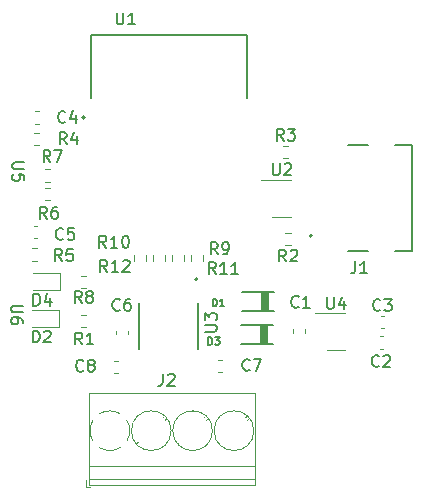
<source format=gbr>
%TF.GenerationSoftware,KiCad,Pcbnew,(6.0.6)*%
%TF.CreationDate,2023-03-25T21:06:23+13:00*%
%TF.ProjectId,remote_pcb,72656d6f-7465-45f7-9063-622e6b696361,rev?*%
%TF.SameCoordinates,Original*%
%TF.FileFunction,Legend,Top*%
%TF.FilePolarity,Positive*%
%FSLAX46Y46*%
G04 Gerber Fmt 4.6, Leading zero omitted, Abs format (unit mm)*
G04 Created by KiCad (PCBNEW (6.0.6)) date 2023-03-25 21:06:23*
%MOMM*%
%LPD*%
G01*
G04 APERTURE LIST*
%ADD10C,0.150000*%
%ADD11C,0.120000*%
%ADD12C,0.127000*%
%ADD13C,0.200000*%
%ADD14C,0.010000*%
G04 APERTURE END LIST*
D10*
%TO.C,J2*%
X169491066Y-83399380D02*
X169491066Y-84113666D01*
X169443447Y-84256523D01*
X169348209Y-84351761D01*
X169205352Y-84399380D01*
X169110114Y-84399380D01*
X169919638Y-83494619D02*
X169967257Y-83447000D01*
X170062495Y-83399380D01*
X170300590Y-83399380D01*
X170395828Y-83447000D01*
X170443447Y-83494619D01*
X170491066Y-83589857D01*
X170491066Y-83685095D01*
X170443447Y-83827952D01*
X169872019Y-84399380D01*
X170491066Y-84399380D01*
%TO.C,U6*%
X157621219Y-77622495D02*
X156811695Y-77622495D01*
X156716457Y-77670114D01*
X156668838Y-77717733D01*
X156621219Y-77812971D01*
X156621219Y-78003447D01*
X156668838Y-78098685D01*
X156716457Y-78146304D01*
X156811695Y-78193923D01*
X157621219Y-78193923D01*
X157621219Y-79098685D02*
X157621219Y-78908209D01*
X157573600Y-78812971D01*
X157525980Y-78765352D01*
X157383123Y-78670114D01*
X157192647Y-78622495D01*
X156811695Y-78622495D01*
X156716457Y-78670114D01*
X156668838Y-78717733D01*
X156621219Y-78812971D01*
X156621219Y-79003447D01*
X156668838Y-79098685D01*
X156716457Y-79146304D01*
X156811695Y-79193923D01*
X157049790Y-79193923D01*
X157145028Y-79146304D01*
X157192647Y-79098685D01*
X157240266Y-79003447D01*
X157240266Y-78812971D01*
X157192647Y-78717733D01*
X157145028Y-78670114D01*
X157049790Y-78622495D01*
%TO.C,U5*%
X157748219Y-65506695D02*
X156938695Y-65506695D01*
X156843457Y-65554314D01*
X156795838Y-65601933D01*
X156748219Y-65697171D01*
X156748219Y-65887647D01*
X156795838Y-65982885D01*
X156843457Y-66030504D01*
X156938695Y-66078123D01*
X157748219Y-66078123D01*
X157748219Y-67030504D02*
X157748219Y-66554314D01*
X157272028Y-66506695D01*
X157319647Y-66554314D01*
X157367266Y-66649552D01*
X157367266Y-66887647D01*
X157319647Y-66982885D01*
X157272028Y-67030504D01*
X157176790Y-67078123D01*
X156938695Y-67078123D01*
X156843457Y-67030504D01*
X156795838Y-66982885D01*
X156748219Y-66887647D01*
X156748219Y-66649552D01*
X156795838Y-66554314D01*
X156843457Y-66506695D01*
%TO.C,R5*%
X160933333Y-73852380D02*
X160600000Y-73376190D01*
X160361904Y-73852380D02*
X160361904Y-72852380D01*
X160742857Y-72852380D01*
X160838095Y-72900000D01*
X160885714Y-72947619D01*
X160933333Y-73042857D01*
X160933333Y-73185714D01*
X160885714Y-73280952D01*
X160838095Y-73328571D01*
X160742857Y-73376190D01*
X160361904Y-73376190D01*
X161838095Y-72852380D02*
X161361904Y-72852380D01*
X161314285Y-73328571D01*
X161361904Y-73280952D01*
X161457142Y-73233333D01*
X161695238Y-73233333D01*
X161790476Y-73280952D01*
X161838095Y-73328571D01*
X161885714Y-73423809D01*
X161885714Y-73661904D01*
X161838095Y-73757142D01*
X161790476Y-73804761D01*
X161695238Y-73852380D01*
X161457142Y-73852380D01*
X161361904Y-73804761D01*
X161314285Y-73757142D01*
%TO.C,U2*%
X178790695Y-65581580D02*
X178790695Y-66391104D01*
X178838314Y-66486342D01*
X178885933Y-66533961D01*
X178981171Y-66581580D01*
X179171647Y-66581580D01*
X179266885Y-66533961D01*
X179314504Y-66486342D01*
X179362123Y-66391104D01*
X179362123Y-65581580D01*
X179790695Y-65676819D02*
X179838314Y-65629200D01*
X179933552Y-65581580D01*
X180171647Y-65581580D01*
X180266885Y-65629200D01*
X180314504Y-65676819D01*
X180362123Y-65772057D01*
X180362123Y-65867295D01*
X180314504Y-66010152D01*
X179743076Y-66581580D01*
X180362123Y-66581580D01*
%TO.C,R1*%
X162647333Y-80902380D02*
X162314000Y-80426190D01*
X162075904Y-80902380D02*
X162075904Y-79902380D01*
X162456857Y-79902380D01*
X162552095Y-79950000D01*
X162599714Y-79997619D01*
X162647333Y-80092857D01*
X162647333Y-80235714D01*
X162599714Y-80330952D01*
X162552095Y-80378571D01*
X162456857Y-80426190D01*
X162075904Y-80426190D01*
X163599714Y-80902380D02*
X163028285Y-80902380D01*
X163314000Y-80902380D02*
X163314000Y-79902380D01*
X163218761Y-80045238D01*
X163123523Y-80140476D01*
X163028285Y-80188095D01*
%TO.C,U1*%
X165563095Y-52817380D02*
X165563095Y-53626904D01*
X165610714Y-53722142D01*
X165658333Y-53769761D01*
X165753571Y-53817380D01*
X165944047Y-53817380D01*
X166039285Y-53769761D01*
X166086904Y-53722142D01*
X166134523Y-53626904D01*
X166134523Y-52817380D01*
X167134523Y-53817380D02*
X166563095Y-53817380D01*
X166848809Y-53817380D02*
X166848809Y-52817380D01*
X166753571Y-52960238D01*
X166658333Y-53055476D01*
X166563095Y-53103095D01*
%TO.C,C8*%
X162748933Y-83110342D02*
X162701314Y-83157961D01*
X162558457Y-83205580D01*
X162463219Y-83205580D01*
X162320361Y-83157961D01*
X162225123Y-83062723D01*
X162177504Y-82967485D01*
X162129885Y-82777009D01*
X162129885Y-82634152D01*
X162177504Y-82443676D01*
X162225123Y-82348438D01*
X162320361Y-82253200D01*
X162463219Y-82205580D01*
X162558457Y-82205580D01*
X162701314Y-82253200D01*
X162748933Y-82300819D01*
X163320361Y-82634152D02*
X163225123Y-82586533D01*
X163177504Y-82538914D01*
X163129885Y-82443676D01*
X163129885Y-82396057D01*
X163177504Y-82300819D01*
X163225123Y-82253200D01*
X163320361Y-82205580D01*
X163510838Y-82205580D01*
X163606076Y-82253200D01*
X163653695Y-82300819D01*
X163701314Y-82396057D01*
X163701314Y-82443676D01*
X163653695Y-82538914D01*
X163606076Y-82586533D01*
X163510838Y-82634152D01*
X163320361Y-82634152D01*
X163225123Y-82681771D01*
X163177504Y-82729390D01*
X163129885Y-82824628D01*
X163129885Y-83015104D01*
X163177504Y-83110342D01*
X163225123Y-83157961D01*
X163320361Y-83205580D01*
X163510838Y-83205580D01*
X163606076Y-83157961D01*
X163653695Y-83110342D01*
X163701314Y-83015104D01*
X163701314Y-82824628D01*
X163653695Y-82729390D01*
X163606076Y-82681771D01*
X163510838Y-82634152D01*
%TO.C,D4*%
X158519904Y-77617580D02*
X158519904Y-76617580D01*
X158758000Y-76617580D01*
X158900857Y-76665200D01*
X158996095Y-76760438D01*
X159043714Y-76855676D01*
X159091333Y-77046152D01*
X159091333Y-77189009D01*
X159043714Y-77379485D01*
X158996095Y-77474723D01*
X158900857Y-77569961D01*
X158758000Y-77617580D01*
X158519904Y-77617580D01*
X159948476Y-76950914D02*
X159948476Y-77617580D01*
X159710380Y-76569961D02*
X159472285Y-77284247D01*
X160091333Y-77284247D01*
%TO.C,C1*%
X180971633Y-77707142D02*
X180924014Y-77754761D01*
X180781157Y-77802380D01*
X180685919Y-77802380D01*
X180543061Y-77754761D01*
X180447823Y-77659523D01*
X180400204Y-77564285D01*
X180352585Y-77373809D01*
X180352585Y-77230952D01*
X180400204Y-77040476D01*
X180447823Y-76945238D01*
X180543061Y-76850000D01*
X180685919Y-76802380D01*
X180781157Y-76802380D01*
X180924014Y-76850000D01*
X180971633Y-76897619D01*
X181924014Y-77802380D02*
X181352585Y-77802380D01*
X181638300Y-77802380D02*
X181638300Y-76802380D01*
X181543061Y-76945238D01*
X181447823Y-77040476D01*
X181352585Y-77088095D01*
%TO.C,C7*%
X176833333Y-83057142D02*
X176785714Y-83104761D01*
X176642857Y-83152380D01*
X176547619Y-83152380D01*
X176404761Y-83104761D01*
X176309523Y-83009523D01*
X176261904Y-82914285D01*
X176214285Y-82723809D01*
X176214285Y-82580952D01*
X176261904Y-82390476D01*
X176309523Y-82295238D01*
X176404761Y-82200000D01*
X176547619Y-82152380D01*
X176642857Y-82152380D01*
X176785714Y-82200000D01*
X176833333Y-82247619D01*
X177166666Y-82152380D02*
X177833333Y-82152380D01*
X177404761Y-83152380D01*
%TO.C,R3*%
X179708333Y-63652380D02*
X179375000Y-63176190D01*
X179136904Y-63652380D02*
X179136904Y-62652380D01*
X179517857Y-62652380D01*
X179613095Y-62700000D01*
X179660714Y-62747619D01*
X179708333Y-62842857D01*
X179708333Y-62985714D01*
X179660714Y-63080952D01*
X179613095Y-63128571D01*
X179517857Y-63176190D01*
X179136904Y-63176190D01*
X180041666Y-62652380D02*
X180660714Y-62652380D01*
X180327380Y-63033333D01*
X180470238Y-63033333D01*
X180565476Y-63080952D01*
X180613095Y-63128571D01*
X180660714Y-63223809D01*
X180660714Y-63461904D01*
X180613095Y-63557142D01*
X180565476Y-63604761D01*
X180470238Y-63652380D01*
X180184523Y-63652380D01*
X180089285Y-63604761D01*
X180041666Y-63557142D01*
%TO.C,R2*%
X179908333Y-73882380D02*
X179575000Y-73406190D01*
X179336904Y-73882380D02*
X179336904Y-72882380D01*
X179717857Y-72882380D01*
X179813095Y-72930000D01*
X179860714Y-72977619D01*
X179908333Y-73072857D01*
X179908333Y-73215714D01*
X179860714Y-73310952D01*
X179813095Y-73358571D01*
X179717857Y-73406190D01*
X179336904Y-73406190D01*
X180289285Y-72977619D02*
X180336904Y-72930000D01*
X180432142Y-72882380D01*
X180670238Y-72882380D01*
X180765476Y-72930000D01*
X180813095Y-72977619D01*
X180860714Y-73072857D01*
X180860714Y-73168095D01*
X180813095Y-73310952D01*
X180241666Y-73882380D01*
X180860714Y-73882380D01*
%TO.C,D3*%
X173314367Y-80934555D02*
X173314367Y-80294485D01*
X173466765Y-80294485D01*
X173558203Y-80324965D01*
X173619162Y-80385924D01*
X173649642Y-80446883D01*
X173680121Y-80568801D01*
X173680121Y-80660239D01*
X173649642Y-80782157D01*
X173619162Y-80843116D01*
X173558203Y-80904075D01*
X173466765Y-80934555D01*
X173314367Y-80934555D01*
X173893478Y-80294485D02*
X174289712Y-80294485D01*
X174076355Y-80538321D01*
X174167794Y-80538321D01*
X174228753Y-80568801D01*
X174259232Y-80599280D01*
X174289712Y-80660239D01*
X174289712Y-80812637D01*
X174259232Y-80873596D01*
X174228753Y-80904075D01*
X174167794Y-80934555D01*
X173984916Y-80934555D01*
X173923957Y-80904075D01*
X173893478Y-80873596D01*
%TO.C,R6*%
X159658333Y-70252380D02*
X159325000Y-69776190D01*
X159086904Y-70252380D02*
X159086904Y-69252380D01*
X159467857Y-69252380D01*
X159563095Y-69300000D01*
X159610714Y-69347619D01*
X159658333Y-69442857D01*
X159658333Y-69585714D01*
X159610714Y-69680952D01*
X159563095Y-69728571D01*
X159467857Y-69776190D01*
X159086904Y-69776190D01*
X160515476Y-69252380D02*
X160325000Y-69252380D01*
X160229761Y-69300000D01*
X160182142Y-69347619D01*
X160086904Y-69490476D01*
X160039285Y-69680952D01*
X160039285Y-70061904D01*
X160086904Y-70157142D01*
X160134523Y-70204761D01*
X160229761Y-70252380D01*
X160420238Y-70252380D01*
X160515476Y-70204761D01*
X160563095Y-70157142D01*
X160610714Y-70061904D01*
X160610714Y-69823809D01*
X160563095Y-69728571D01*
X160515476Y-69680952D01*
X160420238Y-69633333D01*
X160229761Y-69633333D01*
X160134523Y-69680952D01*
X160086904Y-69728571D01*
X160039285Y-69823809D01*
%TO.C,U3*%
X173038780Y-79818304D02*
X173848304Y-79818304D01*
X173943542Y-79770685D01*
X173991161Y-79723066D01*
X174038780Y-79627828D01*
X174038780Y-79437352D01*
X173991161Y-79342114D01*
X173943542Y-79294495D01*
X173848304Y-79246876D01*
X173038780Y-79246876D01*
X173038780Y-78865923D02*
X173038780Y-78246876D01*
X173419733Y-78580209D01*
X173419733Y-78437352D01*
X173467352Y-78342114D01*
X173514971Y-78294495D01*
X173610209Y-78246876D01*
X173848304Y-78246876D01*
X173943542Y-78294495D01*
X173991161Y-78342114D01*
X174038780Y-78437352D01*
X174038780Y-78723066D01*
X173991161Y-78818304D01*
X173943542Y-78865923D01*
%TO.C,J1*%
X185772466Y-73874380D02*
X185772466Y-74588666D01*
X185724847Y-74731523D01*
X185629609Y-74826761D01*
X185486752Y-74874380D01*
X185391514Y-74874380D01*
X186772466Y-74874380D02*
X186201038Y-74874380D01*
X186486752Y-74874380D02*
X186486752Y-73874380D01*
X186391514Y-74017238D01*
X186296276Y-74112476D01*
X186201038Y-74160095D01*
%TO.C,C4*%
X161233333Y-62057142D02*
X161185714Y-62104761D01*
X161042857Y-62152380D01*
X160947619Y-62152380D01*
X160804761Y-62104761D01*
X160709523Y-62009523D01*
X160661904Y-61914285D01*
X160614285Y-61723809D01*
X160614285Y-61580952D01*
X160661904Y-61390476D01*
X160709523Y-61295238D01*
X160804761Y-61200000D01*
X160947619Y-61152380D01*
X161042857Y-61152380D01*
X161185714Y-61200000D01*
X161233333Y-61247619D01*
X162090476Y-61485714D02*
X162090476Y-62152380D01*
X161852380Y-61104761D02*
X161614285Y-61819047D01*
X162233333Y-61819047D01*
%TO.C,C5*%
X161033333Y-71957142D02*
X160985714Y-72004761D01*
X160842857Y-72052380D01*
X160747619Y-72052380D01*
X160604761Y-72004761D01*
X160509523Y-71909523D01*
X160461904Y-71814285D01*
X160414285Y-71623809D01*
X160414285Y-71480952D01*
X160461904Y-71290476D01*
X160509523Y-71195238D01*
X160604761Y-71100000D01*
X160747619Y-71052380D01*
X160842857Y-71052380D01*
X160985714Y-71100000D01*
X161033333Y-71147619D01*
X161938095Y-71052380D02*
X161461904Y-71052380D01*
X161414285Y-71528571D01*
X161461904Y-71480952D01*
X161557142Y-71433333D01*
X161795238Y-71433333D01*
X161890476Y-71480952D01*
X161938095Y-71528571D01*
X161985714Y-71623809D01*
X161985714Y-71861904D01*
X161938095Y-71957142D01*
X161890476Y-72004761D01*
X161795238Y-72052380D01*
X161557142Y-72052380D01*
X161461904Y-72004761D01*
X161414285Y-71957142D01*
%TO.C,R4*%
X161333333Y-63952380D02*
X161000000Y-63476190D01*
X160761904Y-63952380D02*
X160761904Y-62952380D01*
X161142857Y-62952380D01*
X161238095Y-63000000D01*
X161285714Y-63047619D01*
X161333333Y-63142857D01*
X161333333Y-63285714D01*
X161285714Y-63380952D01*
X161238095Y-63428571D01*
X161142857Y-63476190D01*
X160761904Y-63476190D01*
X162190476Y-63285714D02*
X162190476Y-63952380D01*
X161952380Y-62904761D02*
X161714285Y-63619047D01*
X162333333Y-63619047D01*
%TO.C,D2*%
X158469104Y-80741780D02*
X158469104Y-79741780D01*
X158707200Y-79741780D01*
X158850057Y-79789400D01*
X158945295Y-79884638D01*
X158992914Y-79979876D01*
X159040533Y-80170352D01*
X159040533Y-80313209D01*
X158992914Y-80503685D01*
X158945295Y-80598923D01*
X158850057Y-80694161D01*
X158707200Y-80741780D01*
X158469104Y-80741780D01*
X159421485Y-79837019D02*
X159469104Y-79789400D01*
X159564342Y-79741780D01*
X159802438Y-79741780D01*
X159897676Y-79789400D01*
X159945295Y-79837019D01*
X159992914Y-79932257D01*
X159992914Y-80027495D01*
X159945295Y-80170352D01*
X159373866Y-80741780D01*
X159992914Y-80741780D01*
%TO.C,R10*%
X164685742Y-72715380D02*
X164352409Y-72239190D01*
X164114314Y-72715380D02*
X164114314Y-71715380D01*
X164495266Y-71715380D01*
X164590504Y-71763000D01*
X164638123Y-71810619D01*
X164685742Y-71905857D01*
X164685742Y-72048714D01*
X164638123Y-72143952D01*
X164590504Y-72191571D01*
X164495266Y-72239190D01*
X164114314Y-72239190D01*
X165638123Y-72715380D02*
X165066695Y-72715380D01*
X165352409Y-72715380D02*
X165352409Y-71715380D01*
X165257171Y-71858238D01*
X165161933Y-71953476D01*
X165066695Y-72001095D01*
X166257171Y-71715380D02*
X166352409Y-71715380D01*
X166447647Y-71763000D01*
X166495266Y-71810619D01*
X166542885Y-71905857D01*
X166590504Y-72096333D01*
X166590504Y-72334428D01*
X166542885Y-72524904D01*
X166495266Y-72620142D01*
X166447647Y-72667761D01*
X166352409Y-72715380D01*
X166257171Y-72715380D01*
X166161933Y-72667761D01*
X166114314Y-72620142D01*
X166066695Y-72524904D01*
X166019076Y-72334428D01*
X166019076Y-72096333D01*
X166066695Y-71905857D01*
X166114314Y-71810619D01*
X166161933Y-71763000D01*
X166257171Y-71715380D01*
%TO.C,C3*%
X187896633Y-77977142D02*
X187849014Y-78024761D01*
X187706157Y-78072380D01*
X187610919Y-78072380D01*
X187468061Y-78024761D01*
X187372823Y-77929523D01*
X187325204Y-77834285D01*
X187277585Y-77643809D01*
X187277585Y-77500952D01*
X187325204Y-77310476D01*
X187372823Y-77215238D01*
X187468061Y-77120000D01*
X187610919Y-77072380D01*
X187706157Y-77072380D01*
X187849014Y-77120000D01*
X187896633Y-77167619D01*
X188229966Y-77072380D02*
X188849014Y-77072380D01*
X188515680Y-77453333D01*
X188658538Y-77453333D01*
X188753776Y-77500952D01*
X188801395Y-77548571D01*
X188849014Y-77643809D01*
X188849014Y-77881904D01*
X188801395Y-77977142D01*
X188753776Y-78024761D01*
X188658538Y-78072380D01*
X188372823Y-78072380D01*
X188277585Y-78024761D01*
X188229966Y-77977142D01*
%TO.C,R11*%
X173956742Y-74950580D02*
X173623409Y-74474390D01*
X173385314Y-74950580D02*
X173385314Y-73950580D01*
X173766266Y-73950580D01*
X173861504Y-73998200D01*
X173909123Y-74045819D01*
X173956742Y-74141057D01*
X173956742Y-74283914D01*
X173909123Y-74379152D01*
X173861504Y-74426771D01*
X173766266Y-74474390D01*
X173385314Y-74474390D01*
X174909123Y-74950580D02*
X174337695Y-74950580D01*
X174623409Y-74950580D02*
X174623409Y-73950580D01*
X174528171Y-74093438D01*
X174432933Y-74188676D01*
X174337695Y-74236295D01*
X175861504Y-74950580D02*
X175290076Y-74950580D01*
X175575790Y-74950580D02*
X175575790Y-73950580D01*
X175480552Y-74093438D01*
X175385314Y-74188676D01*
X175290076Y-74236295D01*
%TO.C,D1*%
X173700167Y-77665755D02*
X173700167Y-77025685D01*
X173852565Y-77025685D01*
X173944003Y-77056165D01*
X174004962Y-77117124D01*
X174035442Y-77178083D01*
X174065921Y-77300001D01*
X174065921Y-77391439D01*
X174035442Y-77513357D01*
X174004962Y-77574316D01*
X173944003Y-77635275D01*
X173852565Y-77665755D01*
X173700167Y-77665755D01*
X174675512Y-77665755D02*
X174309757Y-77665755D01*
X174492635Y-77665755D02*
X174492635Y-77025685D01*
X174431675Y-77117124D01*
X174370716Y-77178083D01*
X174309757Y-77208562D01*
%TO.C,R12*%
X164761942Y-74772780D02*
X164428609Y-74296590D01*
X164190514Y-74772780D02*
X164190514Y-73772780D01*
X164571466Y-73772780D01*
X164666704Y-73820400D01*
X164714323Y-73868019D01*
X164761942Y-73963257D01*
X164761942Y-74106114D01*
X164714323Y-74201352D01*
X164666704Y-74248971D01*
X164571466Y-74296590D01*
X164190514Y-74296590D01*
X165714323Y-74772780D02*
X165142895Y-74772780D01*
X165428609Y-74772780D02*
X165428609Y-73772780D01*
X165333371Y-73915638D01*
X165238133Y-74010876D01*
X165142895Y-74058495D01*
X166095276Y-73868019D02*
X166142895Y-73820400D01*
X166238133Y-73772780D01*
X166476228Y-73772780D01*
X166571466Y-73820400D01*
X166619085Y-73868019D01*
X166666704Y-73963257D01*
X166666704Y-74058495D01*
X166619085Y-74201352D01*
X166047657Y-74772780D01*
X166666704Y-74772780D01*
%TO.C,R9*%
X174128133Y-73274180D02*
X173794800Y-72797990D01*
X173556704Y-73274180D02*
X173556704Y-72274180D01*
X173937657Y-72274180D01*
X174032895Y-72321800D01*
X174080514Y-72369419D01*
X174128133Y-72464657D01*
X174128133Y-72607514D01*
X174080514Y-72702752D01*
X174032895Y-72750371D01*
X173937657Y-72797990D01*
X173556704Y-72797990D01*
X174604323Y-73274180D02*
X174794800Y-73274180D01*
X174890038Y-73226561D01*
X174937657Y-73178942D01*
X175032895Y-73036085D01*
X175080514Y-72845609D01*
X175080514Y-72464657D01*
X175032895Y-72369419D01*
X174985276Y-72321800D01*
X174890038Y-72274180D01*
X174699561Y-72274180D01*
X174604323Y-72321800D01*
X174556704Y-72369419D01*
X174509085Y-72464657D01*
X174509085Y-72702752D01*
X174556704Y-72797990D01*
X174604323Y-72845609D01*
X174699561Y-72893228D01*
X174890038Y-72893228D01*
X174985276Y-72845609D01*
X175032895Y-72797990D01*
X175080514Y-72702752D01*
%TO.C,U4*%
X183376395Y-76902380D02*
X183376395Y-77711904D01*
X183424014Y-77807142D01*
X183471633Y-77854761D01*
X183566871Y-77902380D01*
X183757347Y-77902380D01*
X183852585Y-77854761D01*
X183900204Y-77807142D01*
X183947823Y-77711904D01*
X183947823Y-76902380D01*
X184852585Y-77235714D02*
X184852585Y-77902380D01*
X184614490Y-76854761D02*
X184376395Y-77569047D01*
X184995442Y-77569047D01*
%TO.C,R7*%
X159958333Y-65452380D02*
X159625000Y-64976190D01*
X159386904Y-65452380D02*
X159386904Y-64452380D01*
X159767857Y-64452380D01*
X159863095Y-64500000D01*
X159910714Y-64547619D01*
X159958333Y-64642857D01*
X159958333Y-64785714D01*
X159910714Y-64880952D01*
X159863095Y-64928571D01*
X159767857Y-64976190D01*
X159386904Y-64976190D01*
X160291666Y-64452380D02*
X160958333Y-64452380D01*
X160529761Y-65452380D01*
%TO.C,C2*%
X187771633Y-82707142D02*
X187724014Y-82754761D01*
X187581157Y-82802380D01*
X187485919Y-82802380D01*
X187343061Y-82754761D01*
X187247823Y-82659523D01*
X187200204Y-82564285D01*
X187152585Y-82373809D01*
X187152585Y-82230952D01*
X187200204Y-82040476D01*
X187247823Y-81945238D01*
X187343061Y-81850000D01*
X187485919Y-81802380D01*
X187581157Y-81802380D01*
X187724014Y-81850000D01*
X187771633Y-81897619D01*
X188152585Y-81897619D02*
X188200204Y-81850000D01*
X188295442Y-81802380D01*
X188533538Y-81802380D01*
X188628776Y-81850000D01*
X188676395Y-81897619D01*
X188724014Y-81992857D01*
X188724014Y-82088095D01*
X188676395Y-82230952D01*
X188104966Y-82802380D01*
X188724014Y-82802380D01*
%TO.C,C6*%
X165833333Y-77957142D02*
X165785714Y-78004761D01*
X165642857Y-78052380D01*
X165547619Y-78052380D01*
X165404761Y-78004761D01*
X165309523Y-77909523D01*
X165261904Y-77814285D01*
X165214285Y-77623809D01*
X165214285Y-77480952D01*
X165261904Y-77290476D01*
X165309523Y-77195238D01*
X165404761Y-77100000D01*
X165547619Y-77052380D01*
X165642857Y-77052380D01*
X165785714Y-77100000D01*
X165833333Y-77147619D01*
X166690476Y-77052380D02*
X166500000Y-77052380D01*
X166404761Y-77100000D01*
X166357142Y-77147619D01*
X166261904Y-77290476D01*
X166214285Y-77480952D01*
X166214285Y-77861904D01*
X166261904Y-77957142D01*
X166309523Y-78004761D01*
X166404761Y-78052380D01*
X166595238Y-78052380D01*
X166690476Y-78004761D01*
X166738095Y-77957142D01*
X166785714Y-77861904D01*
X166785714Y-77623809D01*
X166738095Y-77528571D01*
X166690476Y-77480952D01*
X166595238Y-77433333D01*
X166404761Y-77433333D01*
X166309523Y-77480952D01*
X166261904Y-77528571D01*
X166214285Y-77623809D01*
%TO.C,R8*%
X162608333Y-77402380D02*
X162275000Y-76926190D01*
X162036904Y-77402380D02*
X162036904Y-76402380D01*
X162417857Y-76402380D01*
X162513095Y-76450000D01*
X162560714Y-76497619D01*
X162608333Y-76592857D01*
X162608333Y-76735714D01*
X162560714Y-76830952D01*
X162513095Y-76878571D01*
X162417857Y-76926190D01*
X162036904Y-76926190D01*
X163179761Y-76830952D02*
X163084523Y-76783333D01*
X163036904Y-76735714D01*
X162989285Y-76640476D01*
X162989285Y-76592857D01*
X163036904Y-76497619D01*
X163084523Y-76450000D01*
X163179761Y-76402380D01*
X163370238Y-76402380D01*
X163465476Y-76450000D01*
X163513095Y-76497619D01*
X163560714Y-76592857D01*
X163560714Y-76640476D01*
X163513095Y-76735714D01*
X163465476Y-76783333D01*
X163370238Y-76830952D01*
X163179761Y-76830952D01*
X163084523Y-76878571D01*
X163036904Y-76926190D01*
X162989285Y-77021428D01*
X162989285Y-77211904D01*
X163036904Y-77307142D01*
X163084523Y-77354761D01*
X163179761Y-77402380D01*
X163370238Y-77402380D01*
X163465476Y-77354761D01*
X163513095Y-77307142D01*
X163560714Y-77211904D01*
X163560714Y-77021428D01*
X163513095Y-76926190D01*
X163465476Y-76878571D01*
X163370238Y-76830952D01*
D11*
%TO.C,J2*%
X167353400Y-89155200D02*
X167224400Y-89283200D01*
X177308400Y-85054200D02*
X177308400Y-92774200D01*
X176568400Y-86939200D02*
X176474400Y-87033200D01*
X170853400Y-89155200D02*
X170724400Y-89283200D01*
X162948400Y-92374200D02*
X162948400Y-93014200D01*
X176773400Y-87145200D02*
X176644400Y-87273200D01*
X167523400Y-89395200D02*
X167429400Y-89488200D01*
X173273400Y-87145200D02*
X173144400Y-87273200D01*
X169568400Y-86939200D02*
X169474400Y-87033200D01*
X163188400Y-91214200D02*
X177308400Y-91214200D01*
X174353400Y-89155200D02*
X174224400Y-89283200D01*
X169773400Y-87145200D02*
X169644400Y-87273200D01*
X163188400Y-85054200D02*
X163188400Y-92774200D01*
X171023400Y-89395200D02*
X170929400Y-89488200D01*
X174523400Y-89395200D02*
X174429400Y-89488200D01*
X173068400Y-86939200D02*
X172974400Y-87033200D01*
X163188400Y-92314200D02*
X177308400Y-92314200D01*
X163188400Y-85054200D02*
X177308400Y-85054200D01*
X162948400Y-93014200D02*
X163348400Y-93014200D01*
X163188400Y-92774200D02*
X177308400Y-92774200D01*
X163558399Y-87348200D02*
G75*
G03*
X163573042Y-89104094I1439999J-866000D01*
G01*
X164132400Y-89654200D02*
G75*
G03*
X165027074Y-89894299I866003J1440014D01*
G01*
X164998400Y-89894200D02*
G75*
G03*
X165888664Y-89638921I3J1679990D01*
G01*
X166423400Y-89105200D02*
G75*
G03*
X166423904Y-87324007I-1425003J891000D01*
G01*
X165864400Y-86774199D02*
G75*
G03*
X164108506Y-86788842I-866000J-1439999D01*
G01*
X177178400Y-88214200D02*
G75*
G03*
X177178400Y-88214200I-1680000J0D01*
G01*
X170178400Y-88214200D02*
G75*
G03*
X170178400Y-88214200I-1680000J0D01*
G01*
X173678400Y-88214200D02*
G75*
G03*
X173678400Y-88214200I-1680000J0D01*
G01*
%TO.C,R5*%
X158387742Y-73822500D02*
X158862258Y-73822500D01*
X158387742Y-72777500D02*
X158862258Y-72777500D01*
%TO.C,U2*%
X179552600Y-70089200D02*
X178752600Y-70089200D01*
X179552600Y-66969200D02*
X177752600Y-66969200D01*
X179552600Y-70089200D02*
X180352600Y-70089200D01*
X179552600Y-66969200D02*
X180352600Y-66969200D01*
%TO.C,R1*%
X162537742Y-79422500D02*
X163012258Y-79422500D01*
X162537742Y-78377500D02*
X163012258Y-78377500D01*
D12*
%TO.C,U1*%
X176600000Y-54700000D02*
X176600000Y-60080000D01*
X163400000Y-60080000D02*
X163400000Y-54700000D01*
X163400000Y-54700000D02*
X176600000Y-54700000D01*
D13*
X162850000Y-61700000D02*
G75*
G03*
X162850000Y-61700000I-100000J0D01*
G01*
D11*
%TO.C,C8*%
X165665580Y-82290000D02*
X165384420Y-82290000D01*
X165665580Y-83310000D02*
X165384420Y-83310000D01*
%TO.C,D4*%
X160735000Y-76335000D02*
X160735000Y-74865000D01*
X160735000Y-74865000D02*
X158450000Y-74865000D01*
X158450000Y-76335000D02*
X160735000Y-76335000D01*
%TO.C,C1*%
X180528300Y-79634420D02*
X180528300Y-79915580D01*
X181548300Y-79634420D02*
X181548300Y-79915580D01*
%TO.C,C7*%
X174465580Y-83210000D02*
X174184420Y-83210000D01*
X174465580Y-82190000D02*
X174184420Y-82190000D01*
%TO.C,R3*%
X180112258Y-64077500D02*
X179637742Y-64077500D01*
X180112258Y-65122500D02*
X179637742Y-65122500D01*
%TO.C,R2*%
X180312258Y-71477500D02*
X179837742Y-71477500D01*
X180312258Y-72522500D02*
X179837742Y-72522500D01*
D12*
%TO.C,D3*%
X176088300Y-79300000D02*
X178788300Y-79300000D01*
X178788300Y-80900000D02*
X176088300Y-80900000D01*
G36*
X178339744Y-80900000D02*
G01*
X177738300Y-80900000D01*
X177738300Y-79298716D01*
X178339744Y-79298716D01*
X178339744Y-80900000D01*
G37*
D14*
X178339744Y-80900000D02*
X177738300Y-80900000D01*
X177738300Y-79298716D01*
X178339744Y-79298716D01*
X178339744Y-80900000D01*
D11*
%TO.C,R6*%
X159462742Y-67677500D02*
X159937258Y-67677500D01*
X159462742Y-68722500D02*
X159937258Y-68722500D01*
D12*
%TO.C,U3*%
X167476400Y-77431400D02*
X167476400Y-81331400D01*
X172426400Y-77431400D02*
X172426400Y-81331400D01*
D13*
X172411400Y-75381400D02*
G75*
G03*
X172411400Y-75381400I-100000J0D01*
G01*
D12*
%TO.C,J1*%
X190585400Y-72973800D02*
X190585400Y-64033800D01*
X190585400Y-64033800D02*
X189155400Y-64033800D01*
X185135400Y-64033800D02*
X186815400Y-64033800D01*
X190585400Y-72973800D02*
X189155400Y-72973800D01*
X185135400Y-72973800D02*
X186815400Y-72973800D01*
D13*
X182085400Y-71703800D02*
G75*
G03*
X182085400Y-71703800I-100000J0D01*
G01*
D11*
%TO.C,C4*%
X158684420Y-62210000D02*
X158965580Y-62210000D01*
X158684420Y-61190000D02*
X158965580Y-61190000D01*
%TO.C,C5*%
X158815580Y-70890000D02*
X158534420Y-70890000D01*
X158815580Y-71910000D02*
X158534420Y-71910000D01*
%TO.C,R4*%
X159012258Y-62977500D02*
X158537742Y-62977500D01*
X159012258Y-64022500D02*
X158537742Y-64022500D01*
%TO.C,D2*%
X160697500Y-77965000D02*
X158412500Y-77965000D01*
X160697500Y-79435000D02*
X160697500Y-77965000D01*
X158412500Y-79435000D02*
X160697500Y-79435000D01*
%TO.C,R10*%
X169686500Y-73358742D02*
X169686500Y-73833258D01*
X168641500Y-73358742D02*
X168641500Y-73833258D01*
%TO.C,C3*%
X187922720Y-78540000D02*
X188203880Y-78540000D01*
X187922720Y-79560000D02*
X188203880Y-79560000D01*
%TO.C,R11*%
X172886900Y-73358742D02*
X172886900Y-73833258D01*
X171841900Y-73358742D02*
X171841900Y-73833258D01*
D12*
%TO.C,D1*%
X178850000Y-78100000D02*
X176150000Y-78100000D01*
X176150000Y-76500000D02*
X178850000Y-76500000D01*
G36*
X178401444Y-78100000D02*
G01*
X177800000Y-78100000D01*
X177800000Y-76498716D01*
X178401444Y-76498716D01*
X178401444Y-78100000D01*
G37*
D14*
X178401444Y-78100000D02*
X177800000Y-78100000D01*
X177800000Y-76498716D01*
X178401444Y-76498716D01*
X178401444Y-78100000D01*
D11*
%TO.C,R12*%
X167041300Y-73358742D02*
X167041300Y-73833258D01*
X168086300Y-73358742D02*
X168086300Y-73833258D01*
%TO.C,R9*%
X170241700Y-73358742D02*
X170241700Y-73833258D01*
X171286700Y-73358742D02*
X171286700Y-73833258D01*
%TO.C,U4*%
X184138300Y-81410000D02*
X183338300Y-81410000D01*
X184138300Y-78290000D02*
X182338300Y-78290000D01*
X184138300Y-78290000D02*
X184938300Y-78290000D01*
X184138300Y-81410000D02*
X184938300Y-81410000D01*
%TO.C,R7*%
X159962258Y-67122500D02*
X159487742Y-67122500D01*
X159962258Y-66077500D02*
X159487742Y-66077500D01*
%TO.C,C2*%
X187872720Y-80240000D02*
X188153880Y-80240000D01*
X187872720Y-81260000D02*
X188153880Y-81260000D01*
%TO.C,C6*%
X166510000Y-80015580D02*
X166510000Y-79734420D01*
X165490000Y-80015580D02*
X165490000Y-79734420D01*
%TO.C,R8*%
X162537742Y-75077500D02*
X163012258Y-75077500D01*
X162537742Y-76122500D02*
X163012258Y-76122500D01*
%TD*%
M02*

</source>
